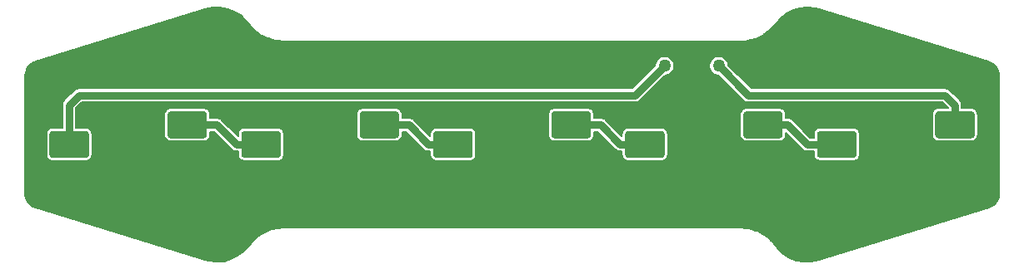
<source format=gtl>
G04 #@! TF.GenerationSoftware,KiCad,Pcbnew,(5.1.4)-1*
G04 #@! TF.CreationDate,2020-09-24T22:32:13-04:00*
G04 #@! TF.ProjectId,Taillight,5461696c-6c69-4676-9874-2e6b69636164,rev?*
G04 #@! TF.SameCoordinates,Original*
G04 #@! TF.FileFunction,Copper,L1,Top*
G04 #@! TF.FilePolarity,Positive*
%FSLAX46Y46*%
G04 Gerber Fmt 4.6, Leading zero omitted, Abs format (unit mm)*
G04 Created by KiCad (PCBNEW (5.1.4)-1) date 2020-09-24 22:32:13*
%MOMM*%
%LPD*%
G04 APERTURE LIST*
%ADD10C,0.800000*%
%ADD11C,6.400000*%
%ADD12C,0.100000*%
%ADD13C,2.750000*%
%ADD14C,6.000001*%
%ADD15C,1.270000*%
%ADD16C,0.762000*%
%ADD17C,0.152400*%
G04 APERTURE END LIST*
D10*
X131697056Y-107302944D03*
X130000000Y-106600000D03*
X128302944Y-107302944D03*
X127600000Y-109000000D03*
X128302944Y-110697056D03*
X130000000Y-111400000D03*
X131697056Y-110697056D03*
X132400000Y-109000000D03*
D11*
X130000000Y-109000000D03*
D10*
X71697056Y-107302944D03*
X70000000Y-106600000D03*
X68302944Y-107302944D03*
X67600000Y-109000000D03*
X68302944Y-110697056D03*
X70000000Y-111400000D03*
X71697056Y-110697056D03*
X72400000Y-109000000D03*
D11*
X70000000Y-109000000D03*
D10*
X131697056Y-89302944D03*
X130000000Y-88600000D03*
X128302944Y-89302944D03*
X127600000Y-91000000D03*
X128302944Y-92697056D03*
X130000000Y-93400000D03*
X131697056Y-92697056D03*
X132400000Y-91000000D03*
D11*
X130000000Y-91000000D03*
D10*
X71697056Y-89302944D03*
X70000000Y-88600000D03*
X68302944Y-89302944D03*
X67600000Y-91000000D03*
X68302944Y-92697056D03*
X70000000Y-93400000D03*
X71697056Y-92697056D03*
X72400000Y-91000000D03*
D11*
X70000000Y-91000000D03*
D12*
G36*
X68689943Y-97626655D02*
G01*
X68723312Y-97631605D01*
X68756035Y-97639802D01*
X68787797Y-97651166D01*
X68818293Y-97665590D01*
X68847227Y-97682932D01*
X68874323Y-97703028D01*
X68899318Y-97725682D01*
X68921972Y-97750677D01*
X68942068Y-97777773D01*
X68959410Y-97806707D01*
X68973834Y-97837203D01*
X68985198Y-97868965D01*
X68993395Y-97901688D01*
X68998345Y-97935057D01*
X69000000Y-97968750D01*
X69000000Y-100031250D01*
X68998345Y-100064943D01*
X68993395Y-100098312D01*
X68985198Y-100131035D01*
X68973834Y-100162797D01*
X68959410Y-100193293D01*
X68942068Y-100222227D01*
X68921972Y-100249323D01*
X68899318Y-100274318D01*
X68874323Y-100296972D01*
X68847227Y-100317068D01*
X68818293Y-100334410D01*
X68787797Y-100348834D01*
X68756035Y-100360198D01*
X68723312Y-100368395D01*
X68689943Y-100373345D01*
X68656250Y-100375000D01*
X65343750Y-100375000D01*
X65310057Y-100373345D01*
X65276688Y-100368395D01*
X65243965Y-100360198D01*
X65212203Y-100348834D01*
X65181707Y-100334410D01*
X65152773Y-100317068D01*
X65125677Y-100296972D01*
X65100682Y-100274318D01*
X65078028Y-100249323D01*
X65057932Y-100222227D01*
X65040590Y-100193293D01*
X65026166Y-100162797D01*
X65014802Y-100131035D01*
X65006605Y-100098312D01*
X65001655Y-100064943D01*
X65000000Y-100031250D01*
X65000000Y-97968750D01*
X65001655Y-97935057D01*
X65006605Y-97901688D01*
X65014802Y-97868965D01*
X65026166Y-97837203D01*
X65040590Y-97806707D01*
X65057932Y-97777773D01*
X65078028Y-97750677D01*
X65100682Y-97725682D01*
X65125677Y-97703028D01*
X65152773Y-97682932D01*
X65181707Y-97665590D01*
X65212203Y-97651166D01*
X65243965Y-97639802D01*
X65276688Y-97631605D01*
X65310057Y-97626655D01*
X65343750Y-97625000D01*
X68656250Y-97625000D01*
X68689943Y-97626655D01*
X68689943Y-97626655D01*
G37*
D13*
X67000000Y-99000000D03*
D12*
G36*
X56689943Y-99626655D02*
G01*
X56723312Y-99631605D01*
X56756035Y-99639802D01*
X56787797Y-99651166D01*
X56818293Y-99665590D01*
X56847227Y-99682932D01*
X56874323Y-99703028D01*
X56899318Y-99725682D01*
X56921972Y-99750677D01*
X56942068Y-99777773D01*
X56959410Y-99806707D01*
X56973834Y-99837203D01*
X56985198Y-99868965D01*
X56993395Y-99901688D01*
X56998345Y-99935057D01*
X57000000Y-99968750D01*
X57000000Y-102031250D01*
X56998345Y-102064943D01*
X56993395Y-102098312D01*
X56985198Y-102131035D01*
X56973834Y-102162797D01*
X56959410Y-102193293D01*
X56942068Y-102222227D01*
X56921972Y-102249323D01*
X56899318Y-102274318D01*
X56874323Y-102296972D01*
X56847227Y-102317068D01*
X56818293Y-102334410D01*
X56787797Y-102348834D01*
X56756035Y-102360198D01*
X56723312Y-102368395D01*
X56689943Y-102373345D01*
X56656250Y-102375000D01*
X53343750Y-102375000D01*
X53310057Y-102373345D01*
X53276688Y-102368395D01*
X53243965Y-102360198D01*
X53212203Y-102348834D01*
X53181707Y-102334410D01*
X53152773Y-102317068D01*
X53125677Y-102296972D01*
X53100682Y-102274318D01*
X53078028Y-102249323D01*
X53057932Y-102222227D01*
X53040590Y-102193293D01*
X53026166Y-102162797D01*
X53014802Y-102131035D01*
X53006605Y-102098312D01*
X53001655Y-102064943D01*
X53000000Y-102031250D01*
X53000000Y-99968750D01*
X53001655Y-99935057D01*
X53006605Y-99901688D01*
X53014802Y-99868965D01*
X53026166Y-99837203D01*
X53040590Y-99806707D01*
X53057932Y-99777773D01*
X53078028Y-99750677D01*
X53100682Y-99725682D01*
X53125677Y-99703028D01*
X53152773Y-99682932D01*
X53181707Y-99665590D01*
X53212203Y-99651166D01*
X53243965Y-99639802D01*
X53276688Y-99631605D01*
X53310057Y-99626655D01*
X53343750Y-99625000D01*
X56656250Y-99625000D01*
X56689943Y-99626655D01*
X56689943Y-99626655D01*
G37*
D13*
X55000000Y-101000000D03*
D14*
X61000000Y-100000000D03*
D12*
G36*
X88189943Y-97626655D02*
G01*
X88223312Y-97631605D01*
X88256035Y-97639802D01*
X88287797Y-97651166D01*
X88318293Y-97665590D01*
X88347227Y-97682932D01*
X88374323Y-97703028D01*
X88399318Y-97725682D01*
X88421972Y-97750677D01*
X88442068Y-97777773D01*
X88459410Y-97806707D01*
X88473834Y-97837203D01*
X88485198Y-97868965D01*
X88493395Y-97901688D01*
X88498345Y-97935057D01*
X88500000Y-97968750D01*
X88500000Y-100031250D01*
X88498345Y-100064943D01*
X88493395Y-100098312D01*
X88485198Y-100131035D01*
X88473834Y-100162797D01*
X88459410Y-100193293D01*
X88442068Y-100222227D01*
X88421972Y-100249323D01*
X88399318Y-100274318D01*
X88374323Y-100296972D01*
X88347227Y-100317068D01*
X88318293Y-100334410D01*
X88287797Y-100348834D01*
X88256035Y-100360198D01*
X88223312Y-100368395D01*
X88189943Y-100373345D01*
X88156250Y-100375000D01*
X84843750Y-100375000D01*
X84810057Y-100373345D01*
X84776688Y-100368395D01*
X84743965Y-100360198D01*
X84712203Y-100348834D01*
X84681707Y-100334410D01*
X84652773Y-100317068D01*
X84625677Y-100296972D01*
X84600682Y-100274318D01*
X84578028Y-100249323D01*
X84557932Y-100222227D01*
X84540590Y-100193293D01*
X84526166Y-100162797D01*
X84514802Y-100131035D01*
X84506605Y-100098312D01*
X84501655Y-100064943D01*
X84500000Y-100031250D01*
X84500000Y-97968750D01*
X84501655Y-97935057D01*
X84506605Y-97901688D01*
X84514802Y-97868965D01*
X84526166Y-97837203D01*
X84540590Y-97806707D01*
X84557932Y-97777773D01*
X84578028Y-97750677D01*
X84600682Y-97725682D01*
X84625677Y-97703028D01*
X84652773Y-97682932D01*
X84681707Y-97665590D01*
X84712203Y-97651166D01*
X84743965Y-97639802D01*
X84776688Y-97631605D01*
X84810057Y-97626655D01*
X84843750Y-97625000D01*
X88156250Y-97625000D01*
X88189943Y-97626655D01*
X88189943Y-97626655D01*
G37*
D13*
X86500000Y-99000000D03*
D12*
G36*
X76189943Y-99626655D02*
G01*
X76223312Y-99631605D01*
X76256035Y-99639802D01*
X76287797Y-99651166D01*
X76318293Y-99665590D01*
X76347227Y-99682932D01*
X76374323Y-99703028D01*
X76399318Y-99725682D01*
X76421972Y-99750677D01*
X76442068Y-99777773D01*
X76459410Y-99806707D01*
X76473834Y-99837203D01*
X76485198Y-99868965D01*
X76493395Y-99901688D01*
X76498345Y-99935057D01*
X76500000Y-99968750D01*
X76500000Y-102031250D01*
X76498345Y-102064943D01*
X76493395Y-102098312D01*
X76485198Y-102131035D01*
X76473834Y-102162797D01*
X76459410Y-102193293D01*
X76442068Y-102222227D01*
X76421972Y-102249323D01*
X76399318Y-102274318D01*
X76374323Y-102296972D01*
X76347227Y-102317068D01*
X76318293Y-102334410D01*
X76287797Y-102348834D01*
X76256035Y-102360198D01*
X76223312Y-102368395D01*
X76189943Y-102373345D01*
X76156250Y-102375000D01*
X72843750Y-102375000D01*
X72810057Y-102373345D01*
X72776688Y-102368395D01*
X72743965Y-102360198D01*
X72712203Y-102348834D01*
X72681707Y-102334410D01*
X72652773Y-102317068D01*
X72625677Y-102296972D01*
X72600682Y-102274318D01*
X72578028Y-102249323D01*
X72557932Y-102222227D01*
X72540590Y-102193293D01*
X72526166Y-102162797D01*
X72514802Y-102131035D01*
X72506605Y-102098312D01*
X72501655Y-102064943D01*
X72500000Y-102031250D01*
X72500000Y-99968750D01*
X72501655Y-99935057D01*
X72506605Y-99901688D01*
X72514802Y-99868965D01*
X72526166Y-99837203D01*
X72540590Y-99806707D01*
X72557932Y-99777773D01*
X72578028Y-99750677D01*
X72600682Y-99725682D01*
X72625677Y-99703028D01*
X72652773Y-99682932D01*
X72681707Y-99665590D01*
X72712203Y-99651166D01*
X72743965Y-99639802D01*
X72776688Y-99631605D01*
X72810057Y-99626655D01*
X72843750Y-99625000D01*
X76156250Y-99625000D01*
X76189943Y-99626655D01*
X76189943Y-99626655D01*
G37*
D13*
X74500000Y-101000000D03*
D14*
X80500000Y-100000000D03*
D12*
G36*
X107689943Y-97626655D02*
G01*
X107723312Y-97631605D01*
X107756035Y-97639802D01*
X107787797Y-97651166D01*
X107818293Y-97665590D01*
X107847227Y-97682932D01*
X107874323Y-97703028D01*
X107899318Y-97725682D01*
X107921972Y-97750677D01*
X107942068Y-97777773D01*
X107959410Y-97806707D01*
X107973834Y-97837203D01*
X107985198Y-97868965D01*
X107993395Y-97901688D01*
X107998345Y-97935057D01*
X108000000Y-97968750D01*
X108000000Y-100031250D01*
X107998345Y-100064943D01*
X107993395Y-100098312D01*
X107985198Y-100131035D01*
X107973834Y-100162797D01*
X107959410Y-100193293D01*
X107942068Y-100222227D01*
X107921972Y-100249323D01*
X107899318Y-100274318D01*
X107874323Y-100296972D01*
X107847227Y-100317068D01*
X107818293Y-100334410D01*
X107787797Y-100348834D01*
X107756035Y-100360198D01*
X107723312Y-100368395D01*
X107689943Y-100373345D01*
X107656250Y-100375000D01*
X104343750Y-100375000D01*
X104310057Y-100373345D01*
X104276688Y-100368395D01*
X104243965Y-100360198D01*
X104212203Y-100348834D01*
X104181707Y-100334410D01*
X104152773Y-100317068D01*
X104125677Y-100296972D01*
X104100682Y-100274318D01*
X104078028Y-100249323D01*
X104057932Y-100222227D01*
X104040590Y-100193293D01*
X104026166Y-100162797D01*
X104014802Y-100131035D01*
X104006605Y-100098312D01*
X104001655Y-100064943D01*
X104000000Y-100031250D01*
X104000000Y-97968750D01*
X104001655Y-97935057D01*
X104006605Y-97901688D01*
X104014802Y-97868965D01*
X104026166Y-97837203D01*
X104040590Y-97806707D01*
X104057932Y-97777773D01*
X104078028Y-97750677D01*
X104100682Y-97725682D01*
X104125677Y-97703028D01*
X104152773Y-97682932D01*
X104181707Y-97665590D01*
X104212203Y-97651166D01*
X104243965Y-97639802D01*
X104276688Y-97631605D01*
X104310057Y-97626655D01*
X104343750Y-97625000D01*
X107656250Y-97625000D01*
X107689943Y-97626655D01*
X107689943Y-97626655D01*
G37*
D13*
X106000000Y-99000000D03*
D12*
G36*
X95689943Y-99626655D02*
G01*
X95723312Y-99631605D01*
X95756035Y-99639802D01*
X95787797Y-99651166D01*
X95818293Y-99665590D01*
X95847227Y-99682932D01*
X95874323Y-99703028D01*
X95899318Y-99725682D01*
X95921972Y-99750677D01*
X95942068Y-99777773D01*
X95959410Y-99806707D01*
X95973834Y-99837203D01*
X95985198Y-99868965D01*
X95993395Y-99901688D01*
X95998345Y-99935057D01*
X96000000Y-99968750D01*
X96000000Y-102031250D01*
X95998345Y-102064943D01*
X95993395Y-102098312D01*
X95985198Y-102131035D01*
X95973834Y-102162797D01*
X95959410Y-102193293D01*
X95942068Y-102222227D01*
X95921972Y-102249323D01*
X95899318Y-102274318D01*
X95874323Y-102296972D01*
X95847227Y-102317068D01*
X95818293Y-102334410D01*
X95787797Y-102348834D01*
X95756035Y-102360198D01*
X95723312Y-102368395D01*
X95689943Y-102373345D01*
X95656250Y-102375000D01*
X92343750Y-102375000D01*
X92310057Y-102373345D01*
X92276688Y-102368395D01*
X92243965Y-102360198D01*
X92212203Y-102348834D01*
X92181707Y-102334410D01*
X92152773Y-102317068D01*
X92125677Y-102296972D01*
X92100682Y-102274318D01*
X92078028Y-102249323D01*
X92057932Y-102222227D01*
X92040590Y-102193293D01*
X92026166Y-102162797D01*
X92014802Y-102131035D01*
X92006605Y-102098312D01*
X92001655Y-102064943D01*
X92000000Y-102031250D01*
X92000000Y-99968750D01*
X92001655Y-99935057D01*
X92006605Y-99901688D01*
X92014802Y-99868965D01*
X92026166Y-99837203D01*
X92040590Y-99806707D01*
X92057932Y-99777773D01*
X92078028Y-99750677D01*
X92100682Y-99725682D01*
X92125677Y-99703028D01*
X92152773Y-99682932D01*
X92181707Y-99665590D01*
X92212203Y-99651166D01*
X92243965Y-99639802D01*
X92276688Y-99631605D01*
X92310057Y-99626655D01*
X92343750Y-99625000D01*
X95656250Y-99625000D01*
X95689943Y-99626655D01*
X95689943Y-99626655D01*
G37*
D13*
X94000000Y-101000000D03*
D14*
X100000000Y-100000000D03*
D12*
G36*
X127189943Y-97626655D02*
G01*
X127223312Y-97631605D01*
X127256035Y-97639802D01*
X127287797Y-97651166D01*
X127318293Y-97665590D01*
X127347227Y-97682932D01*
X127374323Y-97703028D01*
X127399318Y-97725682D01*
X127421972Y-97750677D01*
X127442068Y-97777773D01*
X127459410Y-97806707D01*
X127473834Y-97837203D01*
X127485198Y-97868965D01*
X127493395Y-97901688D01*
X127498345Y-97935057D01*
X127500000Y-97968750D01*
X127500000Y-100031250D01*
X127498345Y-100064943D01*
X127493395Y-100098312D01*
X127485198Y-100131035D01*
X127473834Y-100162797D01*
X127459410Y-100193293D01*
X127442068Y-100222227D01*
X127421972Y-100249323D01*
X127399318Y-100274318D01*
X127374323Y-100296972D01*
X127347227Y-100317068D01*
X127318293Y-100334410D01*
X127287797Y-100348834D01*
X127256035Y-100360198D01*
X127223312Y-100368395D01*
X127189943Y-100373345D01*
X127156250Y-100375000D01*
X123843750Y-100375000D01*
X123810057Y-100373345D01*
X123776688Y-100368395D01*
X123743965Y-100360198D01*
X123712203Y-100348834D01*
X123681707Y-100334410D01*
X123652773Y-100317068D01*
X123625677Y-100296972D01*
X123600682Y-100274318D01*
X123578028Y-100249323D01*
X123557932Y-100222227D01*
X123540590Y-100193293D01*
X123526166Y-100162797D01*
X123514802Y-100131035D01*
X123506605Y-100098312D01*
X123501655Y-100064943D01*
X123500000Y-100031250D01*
X123500000Y-97968750D01*
X123501655Y-97935057D01*
X123506605Y-97901688D01*
X123514802Y-97868965D01*
X123526166Y-97837203D01*
X123540590Y-97806707D01*
X123557932Y-97777773D01*
X123578028Y-97750677D01*
X123600682Y-97725682D01*
X123625677Y-97703028D01*
X123652773Y-97682932D01*
X123681707Y-97665590D01*
X123712203Y-97651166D01*
X123743965Y-97639802D01*
X123776688Y-97631605D01*
X123810057Y-97626655D01*
X123843750Y-97625000D01*
X127156250Y-97625000D01*
X127189943Y-97626655D01*
X127189943Y-97626655D01*
G37*
D13*
X125500000Y-99000000D03*
D12*
G36*
X115189943Y-99626655D02*
G01*
X115223312Y-99631605D01*
X115256035Y-99639802D01*
X115287797Y-99651166D01*
X115318293Y-99665590D01*
X115347227Y-99682932D01*
X115374323Y-99703028D01*
X115399318Y-99725682D01*
X115421972Y-99750677D01*
X115442068Y-99777773D01*
X115459410Y-99806707D01*
X115473834Y-99837203D01*
X115485198Y-99868965D01*
X115493395Y-99901688D01*
X115498345Y-99935057D01*
X115500000Y-99968750D01*
X115500000Y-102031250D01*
X115498345Y-102064943D01*
X115493395Y-102098312D01*
X115485198Y-102131035D01*
X115473834Y-102162797D01*
X115459410Y-102193293D01*
X115442068Y-102222227D01*
X115421972Y-102249323D01*
X115399318Y-102274318D01*
X115374323Y-102296972D01*
X115347227Y-102317068D01*
X115318293Y-102334410D01*
X115287797Y-102348834D01*
X115256035Y-102360198D01*
X115223312Y-102368395D01*
X115189943Y-102373345D01*
X115156250Y-102375000D01*
X111843750Y-102375000D01*
X111810057Y-102373345D01*
X111776688Y-102368395D01*
X111743965Y-102360198D01*
X111712203Y-102348834D01*
X111681707Y-102334410D01*
X111652773Y-102317068D01*
X111625677Y-102296972D01*
X111600682Y-102274318D01*
X111578028Y-102249323D01*
X111557932Y-102222227D01*
X111540590Y-102193293D01*
X111526166Y-102162797D01*
X111514802Y-102131035D01*
X111506605Y-102098312D01*
X111501655Y-102064943D01*
X111500000Y-102031250D01*
X111500000Y-99968750D01*
X111501655Y-99935057D01*
X111506605Y-99901688D01*
X111514802Y-99868965D01*
X111526166Y-99837203D01*
X111540590Y-99806707D01*
X111557932Y-99777773D01*
X111578028Y-99750677D01*
X111600682Y-99725682D01*
X111625677Y-99703028D01*
X111652773Y-99682932D01*
X111681707Y-99665590D01*
X111712203Y-99651166D01*
X111743965Y-99639802D01*
X111776688Y-99631605D01*
X111810057Y-99626655D01*
X111843750Y-99625000D01*
X115156250Y-99625000D01*
X115189943Y-99626655D01*
X115189943Y-99626655D01*
G37*
D13*
X113500000Y-101000000D03*
D14*
X119500000Y-100000000D03*
D12*
G36*
X146689943Y-97626655D02*
G01*
X146723312Y-97631605D01*
X146756035Y-97639802D01*
X146787797Y-97651166D01*
X146818293Y-97665590D01*
X146847227Y-97682932D01*
X146874323Y-97703028D01*
X146899318Y-97725682D01*
X146921972Y-97750677D01*
X146942068Y-97777773D01*
X146959410Y-97806707D01*
X146973834Y-97837203D01*
X146985198Y-97868965D01*
X146993395Y-97901688D01*
X146998345Y-97935057D01*
X147000000Y-97968750D01*
X147000000Y-100031250D01*
X146998345Y-100064943D01*
X146993395Y-100098312D01*
X146985198Y-100131035D01*
X146973834Y-100162797D01*
X146959410Y-100193293D01*
X146942068Y-100222227D01*
X146921972Y-100249323D01*
X146899318Y-100274318D01*
X146874323Y-100296972D01*
X146847227Y-100317068D01*
X146818293Y-100334410D01*
X146787797Y-100348834D01*
X146756035Y-100360198D01*
X146723312Y-100368395D01*
X146689943Y-100373345D01*
X146656250Y-100375000D01*
X143343750Y-100375000D01*
X143310057Y-100373345D01*
X143276688Y-100368395D01*
X143243965Y-100360198D01*
X143212203Y-100348834D01*
X143181707Y-100334410D01*
X143152773Y-100317068D01*
X143125677Y-100296972D01*
X143100682Y-100274318D01*
X143078028Y-100249323D01*
X143057932Y-100222227D01*
X143040590Y-100193293D01*
X143026166Y-100162797D01*
X143014802Y-100131035D01*
X143006605Y-100098312D01*
X143001655Y-100064943D01*
X143000000Y-100031250D01*
X143000000Y-97968750D01*
X143001655Y-97935057D01*
X143006605Y-97901688D01*
X143014802Y-97868965D01*
X143026166Y-97837203D01*
X143040590Y-97806707D01*
X143057932Y-97777773D01*
X143078028Y-97750677D01*
X143100682Y-97725682D01*
X143125677Y-97703028D01*
X143152773Y-97682932D01*
X143181707Y-97665590D01*
X143212203Y-97651166D01*
X143243965Y-97639802D01*
X143276688Y-97631605D01*
X143310057Y-97626655D01*
X143343750Y-97625000D01*
X146656250Y-97625000D01*
X146689943Y-97626655D01*
X146689943Y-97626655D01*
G37*
D13*
X145000000Y-99000000D03*
D12*
G36*
X134689943Y-99626655D02*
G01*
X134723312Y-99631605D01*
X134756035Y-99639802D01*
X134787797Y-99651166D01*
X134818293Y-99665590D01*
X134847227Y-99682932D01*
X134874323Y-99703028D01*
X134899318Y-99725682D01*
X134921972Y-99750677D01*
X134942068Y-99777773D01*
X134959410Y-99806707D01*
X134973834Y-99837203D01*
X134985198Y-99868965D01*
X134993395Y-99901688D01*
X134998345Y-99935057D01*
X135000000Y-99968750D01*
X135000000Y-102031250D01*
X134998345Y-102064943D01*
X134993395Y-102098312D01*
X134985198Y-102131035D01*
X134973834Y-102162797D01*
X134959410Y-102193293D01*
X134942068Y-102222227D01*
X134921972Y-102249323D01*
X134899318Y-102274318D01*
X134874323Y-102296972D01*
X134847227Y-102317068D01*
X134818293Y-102334410D01*
X134787797Y-102348834D01*
X134756035Y-102360198D01*
X134723312Y-102368395D01*
X134689943Y-102373345D01*
X134656250Y-102375000D01*
X131343750Y-102375000D01*
X131310057Y-102373345D01*
X131276688Y-102368395D01*
X131243965Y-102360198D01*
X131212203Y-102348834D01*
X131181707Y-102334410D01*
X131152773Y-102317068D01*
X131125677Y-102296972D01*
X131100682Y-102274318D01*
X131078028Y-102249323D01*
X131057932Y-102222227D01*
X131040590Y-102193293D01*
X131026166Y-102162797D01*
X131014802Y-102131035D01*
X131006605Y-102098312D01*
X131001655Y-102064943D01*
X131000000Y-102031250D01*
X131000000Y-99968750D01*
X131001655Y-99935057D01*
X131006605Y-99901688D01*
X131014802Y-99868965D01*
X131026166Y-99837203D01*
X131040590Y-99806707D01*
X131057932Y-99777773D01*
X131078028Y-99750677D01*
X131100682Y-99725682D01*
X131125677Y-99703028D01*
X131152773Y-99682932D01*
X131181707Y-99665590D01*
X131212203Y-99651166D01*
X131243965Y-99639802D01*
X131276688Y-99631605D01*
X131310057Y-99626655D01*
X131343750Y-99625000D01*
X134656250Y-99625000D01*
X134689943Y-99626655D01*
X134689943Y-99626655D01*
G37*
D13*
X133000000Y-101000000D03*
D14*
X139000000Y-100000000D03*
D15*
X121000000Y-93000000D03*
X59000000Y-100000000D03*
X63000000Y-100000000D03*
X61000000Y-102000000D03*
X61000000Y-98000000D03*
X78500000Y-100000000D03*
X82500000Y-100000000D03*
X80500000Y-102000000D03*
X80500000Y-98000000D03*
X98000000Y-100000000D03*
X102000000Y-100000000D03*
X100000000Y-102000000D03*
X100000000Y-98000000D03*
X117500000Y-100000000D03*
X121500000Y-100000000D03*
X119500000Y-102000000D03*
X119500000Y-98000000D03*
X141000000Y-100000000D03*
X137000000Y-100000000D03*
X139000000Y-102000000D03*
X139000000Y-98000000D03*
X139000000Y-100000000D03*
X119500000Y-100000000D03*
X100000000Y-100000000D03*
X80500000Y-100000000D03*
X61000000Y-100000000D03*
X100000000Y-104000000D03*
X102000000Y-104000000D03*
X104000000Y-104000000D03*
X106000000Y-104000000D03*
X108000000Y-104000000D03*
X110000000Y-104000000D03*
X112000000Y-104000000D03*
X114000000Y-104000000D03*
X116000000Y-104000000D03*
X118000000Y-104000000D03*
X120000000Y-104000000D03*
X122000000Y-104000000D03*
X124000000Y-104000000D03*
X126000000Y-104000000D03*
X128000000Y-104000000D03*
X130000000Y-104000000D03*
X132000000Y-104000000D03*
X134000000Y-104000000D03*
X136000000Y-104000000D03*
X138000000Y-104000000D03*
X140000000Y-104000000D03*
X142000000Y-104000000D03*
X144000000Y-104000000D03*
X146000000Y-104000000D03*
X148000000Y-104000000D03*
X147000000Y-106000000D03*
X145000000Y-106000000D03*
X143000000Y-106000000D03*
X141000000Y-106000000D03*
X139000000Y-106000000D03*
X137000000Y-106000000D03*
X135000000Y-106000000D03*
X133000000Y-106000000D03*
X127000000Y-106000000D03*
X125000000Y-106000000D03*
X123000000Y-106000000D03*
X121000000Y-106000000D03*
X119000000Y-106000000D03*
X117000000Y-106000000D03*
X115000000Y-106000000D03*
X113000000Y-106000000D03*
X111000000Y-106000000D03*
X109000000Y-106000000D03*
X107000000Y-106000000D03*
X105000000Y-106000000D03*
X103000000Y-106000000D03*
X101000000Y-106000000D03*
X98000000Y-104000000D03*
X96000000Y-104000000D03*
X94000000Y-104000000D03*
X92000000Y-104000000D03*
X90000000Y-104000000D03*
X88000000Y-104000000D03*
X86000000Y-104000000D03*
X84000000Y-104000000D03*
X82000000Y-104000000D03*
X80000000Y-104000000D03*
X78000000Y-104000000D03*
X76000000Y-104000000D03*
X74000000Y-104000000D03*
X72000000Y-104000000D03*
X70000000Y-104000000D03*
X68000000Y-104000000D03*
X66000000Y-104000000D03*
X64000000Y-104000000D03*
X62000000Y-104000000D03*
X60000000Y-104000000D03*
X58000000Y-104000000D03*
X56000000Y-104000000D03*
X54000000Y-104000000D03*
X52000000Y-104000000D03*
X53000000Y-106000000D03*
X55000000Y-106000000D03*
X57000000Y-106000000D03*
X59000000Y-106000000D03*
X61000000Y-106000000D03*
X63000000Y-106000000D03*
X65000000Y-106000000D03*
X67000000Y-106000000D03*
X73000000Y-106000000D03*
X75000000Y-106000000D03*
X77000000Y-106000000D03*
X79000000Y-106000000D03*
X81000000Y-106000000D03*
X83000000Y-106000000D03*
X85000000Y-106000000D03*
X87000000Y-106000000D03*
X89000000Y-106000000D03*
X91000000Y-106000000D03*
X93000000Y-106000000D03*
X95000000Y-106000000D03*
X97000000Y-106000000D03*
X99000000Y-106000000D03*
X58000000Y-108000000D03*
X60000000Y-108000000D03*
X62000000Y-108000000D03*
X64000000Y-108000000D03*
X66000000Y-108000000D03*
X74000000Y-108000000D03*
X76000000Y-108000000D03*
X78000000Y-108000000D03*
X80000000Y-108000000D03*
X82000000Y-108000000D03*
X84000000Y-108000000D03*
X86000000Y-108000000D03*
X88000000Y-108000000D03*
X90000000Y-108000000D03*
X92000000Y-108000000D03*
X94000000Y-108000000D03*
X96000000Y-108000000D03*
X98000000Y-108000000D03*
X100000000Y-108000000D03*
X102000000Y-108000000D03*
X104000000Y-108000000D03*
X106000000Y-108000000D03*
X108000000Y-108000000D03*
X110000000Y-108000000D03*
X112000000Y-108000000D03*
X114000000Y-108000000D03*
X116000000Y-108000000D03*
X118000000Y-108000000D03*
X120000000Y-108000000D03*
X122000000Y-108000000D03*
X124000000Y-108000000D03*
X126000000Y-108000000D03*
X134000000Y-108000000D03*
X136000000Y-108000000D03*
X138000000Y-108000000D03*
X140000000Y-108000000D03*
X142000000Y-108000000D03*
X125000000Y-102000000D03*
X127000000Y-102000000D03*
X143000000Y-102000000D03*
X145000000Y-102000000D03*
X147000000Y-102000000D03*
X105000000Y-102000000D03*
X107000000Y-102000000D03*
X109000000Y-102000000D03*
X85000000Y-102000000D03*
X87000000Y-102000000D03*
X89000000Y-102000000D03*
X69000000Y-102000000D03*
X67000000Y-102000000D03*
X114000000Y-98000000D03*
X112000000Y-98000000D03*
X130000000Y-98000000D03*
X132000000Y-98000000D03*
X134000000Y-98000000D03*
X94000000Y-98000000D03*
X92000000Y-98000000D03*
X74000000Y-98000000D03*
X72000000Y-98000000D03*
X76000000Y-98000000D03*
X53000000Y-98000000D03*
X54000000Y-96000000D03*
X148000000Y-96000000D03*
X147000000Y-94000000D03*
X145000000Y-94000000D03*
X143000000Y-94000000D03*
X141000000Y-94000000D03*
X139000000Y-94000000D03*
X137000000Y-94000000D03*
X135000000Y-94000000D03*
X133000000Y-94000000D03*
X134000000Y-92000000D03*
X136000000Y-92000000D03*
X138000000Y-92000000D03*
X140000000Y-92000000D03*
X142000000Y-92000000D03*
X127000000Y-94000000D03*
X125000000Y-94000000D03*
X126000000Y-92000000D03*
X124000000Y-92000000D03*
X55000000Y-94000000D03*
X53000000Y-94000000D03*
X52000000Y-96000000D03*
X57000000Y-94000000D03*
X59000000Y-94000000D03*
X61000000Y-94000000D03*
X63000000Y-94000000D03*
X65000000Y-94000000D03*
X67000000Y-94000000D03*
X66000000Y-92000000D03*
X64000000Y-92000000D03*
X62000000Y-92000000D03*
X60000000Y-92000000D03*
X58000000Y-92000000D03*
X73000000Y-94000000D03*
X75000000Y-94000000D03*
X77000000Y-94000000D03*
X79000000Y-94000000D03*
X81000000Y-94000000D03*
X83000000Y-94000000D03*
X85000000Y-94000000D03*
X87000000Y-94000000D03*
X89000000Y-94000000D03*
X91000000Y-94000000D03*
X93000000Y-94000000D03*
X95000000Y-94000000D03*
X97000000Y-94000000D03*
X99000000Y-94000000D03*
X101000000Y-94000000D03*
X103000000Y-94000000D03*
X105000000Y-94000000D03*
X107000000Y-94000000D03*
X109000000Y-94000000D03*
X111000000Y-94000000D03*
X112000000Y-92000000D03*
X110000000Y-92000000D03*
X108000000Y-92000000D03*
X106000000Y-92000000D03*
X104000000Y-92000000D03*
X102000000Y-92000000D03*
X100000000Y-92000000D03*
X98000000Y-92000000D03*
X96000000Y-92000000D03*
X94000000Y-92000000D03*
X92000000Y-92000000D03*
X90000000Y-92000000D03*
X88000000Y-92000000D03*
X86000000Y-92000000D03*
X84000000Y-92000000D03*
X82000000Y-92000000D03*
X80000000Y-92000000D03*
X78000000Y-92000000D03*
X76000000Y-92000000D03*
X74000000Y-92000000D03*
X115500000Y-93000000D03*
D16*
X124000000Y-96000000D02*
X121000000Y-93000000D01*
X144000000Y-96000000D02*
X124000000Y-96000000D01*
X145000000Y-99000000D02*
X145000000Y-97000000D01*
X145000000Y-97000000D02*
X144000000Y-96000000D01*
X128000000Y-99000000D02*
X125500000Y-99000000D01*
X133000000Y-101000000D02*
X130000000Y-101000000D01*
X130000000Y-101000000D02*
X128000000Y-99000000D01*
X113500000Y-101000000D02*
X111000000Y-101000000D01*
X111000000Y-101000000D02*
X109000000Y-99000000D01*
X109000000Y-99000000D02*
X106000000Y-99000000D01*
X94000000Y-101000000D02*
X91500000Y-101000000D01*
X91500000Y-101000000D02*
X89500000Y-99000000D01*
X89500000Y-99000000D02*
X86500000Y-99000000D01*
X74500000Y-101000000D02*
X72000000Y-101000000D01*
X72000000Y-101000000D02*
X70000000Y-99000000D01*
X70000000Y-99000000D02*
X67000000Y-99000000D01*
X112500000Y-96000000D02*
X115500000Y-93000000D01*
X56000000Y-96000000D02*
X112500000Y-96000000D01*
X55000000Y-101000000D02*
X55000000Y-97000000D01*
X55000000Y-97000000D02*
X56000000Y-96000000D01*
D17*
G36*
X130799792Y-87103174D02*
G01*
X131193006Y-87203721D01*
X148414474Y-92552769D01*
X148703649Y-92674654D01*
X148942441Y-92836055D01*
X149145335Y-93040763D01*
X149304605Y-93280983D01*
X149414181Y-93547563D01*
X149472394Y-93843047D01*
X149479301Y-93985677D01*
X149479300Y-106001485D01*
X149448677Y-106313802D01*
X149365373Y-106589717D01*
X149230063Y-106844199D01*
X149047898Y-107067556D01*
X148825816Y-107251279D01*
X148560899Y-107394519D01*
X148426760Y-107443415D01*
X131204033Y-112792854D01*
X130440197Y-112952498D01*
X129684856Y-112964428D01*
X128940886Y-112833313D01*
X128235136Y-112563884D01*
X127593058Y-112165856D01*
X127029298Y-111645724D01*
X126765878Y-111319771D01*
X126763055Y-111316888D01*
X126760848Y-111313642D01*
X126756154Y-111308090D01*
X126339932Y-110822748D01*
X126309171Y-110793267D01*
X126279372Y-110762836D01*
X126273770Y-110758202D01*
X125668800Y-110264800D01*
X125629434Y-110238646D01*
X125590551Y-110212022D01*
X125584156Y-110208563D01*
X124894872Y-109842064D01*
X124851198Y-109824063D01*
X124807862Y-109805489D01*
X124800917Y-109803339D01*
X124053572Y-109577702D01*
X124007276Y-109568535D01*
X123961115Y-109558723D01*
X123953884Y-109557963D01*
X123176947Y-109481784D01*
X123176940Y-109481784D01*
X123151711Y-109479299D01*
X76848290Y-109479299D01*
X76827553Y-109481341D01*
X76194922Y-109532065D01*
X76153000Y-109539596D01*
X76110849Y-109545796D01*
X76103807Y-109547600D01*
X75348933Y-109746597D01*
X75304698Y-109763020D01*
X75260222Y-109778829D01*
X75253664Y-109781967D01*
X74551818Y-110123797D01*
X74511609Y-110148503D01*
X74471057Y-110172646D01*
X74465233Y-110176998D01*
X73843149Y-110648640D01*
X73808501Y-110680689D01*
X73773415Y-110712245D01*
X73768547Y-110717645D01*
X73249919Y-111301135D01*
X73249653Y-111301501D01*
X73249015Y-111302155D01*
X72715722Y-111905318D01*
X72117343Y-112366433D01*
X71442564Y-112706078D01*
X70715738Y-112911998D01*
X69963084Y-112976763D01*
X69200207Y-112896826D01*
X68807012Y-112796284D01*
X51585529Y-107447232D01*
X51296351Y-107325346D01*
X51057560Y-107163946D01*
X50854665Y-106959237D01*
X50695395Y-106719016D01*
X50585820Y-106452441D01*
X50527605Y-106156950D01*
X50520700Y-106014362D01*
X50520700Y-99968750D01*
X52668203Y-99968750D01*
X52668203Y-102031250D01*
X52681183Y-102163043D01*
X52719626Y-102289771D01*
X52782053Y-102406564D01*
X52866066Y-102508934D01*
X52968436Y-102592947D01*
X53085229Y-102655374D01*
X53211957Y-102693817D01*
X53343750Y-102706797D01*
X56656250Y-102706797D01*
X56788043Y-102693817D01*
X56914771Y-102655374D01*
X57031564Y-102592947D01*
X57133934Y-102508934D01*
X57217947Y-102406564D01*
X57280374Y-102289771D01*
X57318817Y-102163043D01*
X57331797Y-102031250D01*
X57331797Y-99968750D01*
X57318817Y-99836957D01*
X57280374Y-99710229D01*
X57217947Y-99593436D01*
X57133934Y-99491066D01*
X57031564Y-99407053D01*
X56914771Y-99344626D01*
X56788043Y-99306183D01*
X56656250Y-99293203D01*
X55711200Y-99293203D01*
X55711200Y-97968750D01*
X64668203Y-97968750D01*
X64668203Y-100031250D01*
X64681183Y-100163043D01*
X64719626Y-100289771D01*
X64782053Y-100406564D01*
X64866066Y-100508934D01*
X64968436Y-100592947D01*
X65085229Y-100655374D01*
X65211957Y-100693817D01*
X65343750Y-100706797D01*
X68656250Y-100706797D01*
X68788043Y-100693817D01*
X68914771Y-100655374D01*
X69031564Y-100592947D01*
X69133934Y-100508934D01*
X69217947Y-100406564D01*
X69280374Y-100289771D01*
X69318817Y-100163043D01*
X69331797Y-100031250D01*
X69331797Y-99711200D01*
X69705413Y-99711200D01*
X71472403Y-101478191D01*
X71494673Y-101505327D01*
X71602967Y-101594202D01*
X71726519Y-101660242D01*
X71860580Y-101700909D01*
X71965064Y-101711200D01*
X71965073Y-101711200D01*
X71999999Y-101714640D01*
X72034925Y-101711200D01*
X72168203Y-101711200D01*
X72168203Y-102031250D01*
X72181183Y-102163043D01*
X72219626Y-102289771D01*
X72282053Y-102406564D01*
X72366066Y-102508934D01*
X72468436Y-102592947D01*
X72585229Y-102655374D01*
X72711957Y-102693817D01*
X72843750Y-102706797D01*
X76156250Y-102706797D01*
X76288043Y-102693817D01*
X76414771Y-102655374D01*
X76531564Y-102592947D01*
X76633934Y-102508934D01*
X76717947Y-102406564D01*
X76780374Y-102289771D01*
X76818817Y-102163043D01*
X76831797Y-102031250D01*
X76831797Y-99968750D01*
X76818817Y-99836957D01*
X76780374Y-99710229D01*
X76717947Y-99593436D01*
X76633934Y-99491066D01*
X76531564Y-99407053D01*
X76414771Y-99344626D01*
X76288043Y-99306183D01*
X76156250Y-99293203D01*
X72843750Y-99293203D01*
X72711957Y-99306183D01*
X72585229Y-99344626D01*
X72468436Y-99407053D01*
X72366066Y-99491066D01*
X72282053Y-99593436D01*
X72219626Y-99710229D01*
X72181183Y-99836957D01*
X72168203Y-99968750D01*
X72168203Y-100162415D01*
X70527602Y-98521815D01*
X70505327Y-98494673D01*
X70397033Y-98405798D01*
X70273481Y-98339758D01*
X70139420Y-98299091D01*
X70034936Y-98288800D01*
X70034926Y-98288800D01*
X70000000Y-98285360D01*
X69965074Y-98288800D01*
X69331797Y-98288800D01*
X69331797Y-97968750D01*
X84168203Y-97968750D01*
X84168203Y-100031250D01*
X84181183Y-100163043D01*
X84219626Y-100289771D01*
X84282053Y-100406564D01*
X84366066Y-100508934D01*
X84468436Y-100592947D01*
X84585229Y-100655374D01*
X84711957Y-100693817D01*
X84843750Y-100706797D01*
X88156250Y-100706797D01*
X88288043Y-100693817D01*
X88414771Y-100655374D01*
X88531564Y-100592947D01*
X88633934Y-100508934D01*
X88717947Y-100406564D01*
X88780374Y-100289771D01*
X88818817Y-100163043D01*
X88831797Y-100031250D01*
X88831797Y-99711200D01*
X89205413Y-99711200D01*
X90972403Y-101478191D01*
X90994673Y-101505327D01*
X91102967Y-101594202D01*
X91226519Y-101660242D01*
X91360580Y-101700909D01*
X91465064Y-101711200D01*
X91465073Y-101711200D01*
X91499999Y-101714640D01*
X91534925Y-101711200D01*
X91668203Y-101711200D01*
X91668203Y-102031250D01*
X91681183Y-102163043D01*
X91719626Y-102289771D01*
X91782053Y-102406564D01*
X91866066Y-102508934D01*
X91968436Y-102592947D01*
X92085229Y-102655374D01*
X92211957Y-102693817D01*
X92343750Y-102706797D01*
X95656250Y-102706797D01*
X95788043Y-102693817D01*
X95914771Y-102655374D01*
X96031564Y-102592947D01*
X96133934Y-102508934D01*
X96217947Y-102406564D01*
X96280374Y-102289771D01*
X96318817Y-102163043D01*
X96331797Y-102031250D01*
X96331797Y-99968750D01*
X96318817Y-99836957D01*
X96280374Y-99710229D01*
X96217947Y-99593436D01*
X96133934Y-99491066D01*
X96031564Y-99407053D01*
X95914771Y-99344626D01*
X95788043Y-99306183D01*
X95656250Y-99293203D01*
X92343750Y-99293203D01*
X92211957Y-99306183D01*
X92085229Y-99344626D01*
X91968436Y-99407053D01*
X91866066Y-99491066D01*
X91782053Y-99593436D01*
X91719626Y-99710229D01*
X91681183Y-99836957D01*
X91668203Y-99968750D01*
X91668203Y-100162415D01*
X90027602Y-98521815D01*
X90005327Y-98494673D01*
X89897033Y-98405798D01*
X89773481Y-98339758D01*
X89639420Y-98299091D01*
X89534936Y-98288800D01*
X89534926Y-98288800D01*
X89500000Y-98285360D01*
X89465074Y-98288800D01*
X88831797Y-98288800D01*
X88831797Y-97968750D01*
X103668203Y-97968750D01*
X103668203Y-100031250D01*
X103681183Y-100163043D01*
X103719626Y-100289771D01*
X103782053Y-100406564D01*
X103866066Y-100508934D01*
X103968436Y-100592947D01*
X104085229Y-100655374D01*
X104211957Y-100693817D01*
X104343750Y-100706797D01*
X107656250Y-100706797D01*
X107788043Y-100693817D01*
X107914771Y-100655374D01*
X108031564Y-100592947D01*
X108133934Y-100508934D01*
X108217947Y-100406564D01*
X108280374Y-100289771D01*
X108318817Y-100163043D01*
X108331797Y-100031250D01*
X108331797Y-99711200D01*
X108705413Y-99711200D01*
X110472403Y-101478191D01*
X110494673Y-101505327D01*
X110602967Y-101594202D01*
X110726519Y-101660242D01*
X110860580Y-101700909D01*
X110965064Y-101711200D01*
X110965073Y-101711200D01*
X110999999Y-101714640D01*
X111034925Y-101711200D01*
X111168203Y-101711200D01*
X111168203Y-102031250D01*
X111181183Y-102163043D01*
X111219626Y-102289771D01*
X111282053Y-102406564D01*
X111366066Y-102508934D01*
X111468436Y-102592947D01*
X111585229Y-102655374D01*
X111711957Y-102693817D01*
X111843750Y-102706797D01*
X115156250Y-102706797D01*
X115288043Y-102693817D01*
X115414771Y-102655374D01*
X115531564Y-102592947D01*
X115633934Y-102508934D01*
X115717947Y-102406564D01*
X115780374Y-102289771D01*
X115818817Y-102163043D01*
X115831797Y-102031250D01*
X115831797Y-99968750D01*
X115818817Y-99836957D01*
X115780374Y-99710229D01*
X115717947Y-99593436D01*
X115633934Y-99491066D01*
X115531564Y-99407053D01*
X115414771Y-99344626D01*
X115288043Y-99306183D01*
X115156250Y-99293203D01*
X111843750Y-99293203D01*
X111711957Y-99306183D01*
X111585229Y-99344626D01*
X111468436Y-99407053D01*
X111366066Y-99491066D01*
X111282053Y-99593436D01*
X111219626Y-99710229D01*
X111181183Y-99836957D01*
X111168203Y-99968750D01*
X111168203Y-100162415D01*
X109527602Y-98521815D01*
X109505327Y-98494673D01*
X109397033Y-98405798D01*
X109273481Y-98339758D01*
X109139420Y-98299091D01*
X109034936Y-98288800D01*
X109034926Y-98288800D01*
X109000000Y-98285360D01*
X108965074Y-98288800D01*
X108331797Y-98288800D01*
X108331797Y-97968750D01*
X123168203Y-97968750D01*
X123168203Y-100031250D01*
X123181183Y-100163043D01*
X123219626Y-100289771D01*
X123282053Y-100406564D01*
X123366066Y-100508934D01*
X123468436Y-100592947D01*
X123585229Y-100655374D01*
X123711957Y-100693817D01*
X123843750Y-100706797D01*
X127156250Y-100706797D01*
X127288043Y-100693817D01*
X127414771Y-100655374D01*
X127531564Y-100592947D01*
X127633934Y-100508934D01*
X127717947Y-100406564D01*
X127780374Y-100289771D01*
X127818817Y-100163043D01*
X127831797Y-100031250D01*
X127831797Y-99837584D01*
X129472403Y-101478191D01*
X129494673Y-101505327D01*
X129602967Y-101594202D01*
X129726519Y-101660242D01*
X129860580Y-101700909D01*
X129965064Y-101711200D01*
X129965073Y-101711200D01*
X129999999Y-101714640D01*
X130034925Y-101711200D01*
X130668203Y-101711200D01*
X130668203Y-102031250D01*
X130681183Y-102163043D01*
X130719626Y-102289771D01*
X130782053Y-102406564D01*
X130866066Y-102508934D01*
X130968436Y-102592947D01*
X131085229Y-102655374D01*
X131211957Y-102693817D01*
X131343750Y-102706797D01*
X134656250Y-102706797D01*
X134788043Y-102693817D01*
X134914771Y-102655374D01*
X135031564Y-102592947D01*
X135133934Y-102508934D01*
X135217947Y-102406564D01*
X135280374Y-102289771D01*
X135318817Y-102163043D01*
X135331797Y-102031250D01*
X135331797Y-99968750D01*
X135318817Y-99836957D01*
X135280374Y-99710229D01*
X135217947Y-99593436D01*
X135133934Y-99491066D01*
X135031564Y-99407053D01*
X134914771Y-99344626D01*
X134788043Y-99306183D01*
X134656250Y-99293203D01*
X131343750Y-99293203D01*
X131211957Y-99306183D01*
X131085229Y-99344626D01*
X130968436Y-99407053D01*
X130866066Y-99491066D01*
X130782053Y-99593436D01*
X130719626Y-99710229D01*
X130681183Y-99836957D01*
X130668203Y-99968750D01*
X130668203Y-100288800D01*
X130294588Y-100288800D01*
X128527602Y-98521815D01*
X128505327Y-98494673D01*
X128397033Y-98405798D01*
X128273481Y-98339758D01*
X128139420Y-98299091D01*
X128034936Y-98288800D01*
X128034926Y-98288800D01*
X128000000Y-98285360D01*
X127965074Y-98288800D01*
X127831797Y-98288800D01*
X127831797Y-97968750D01*
X127818817Y-97836957D01*
X127780374Y-97710229D01*
X127717947Y-97593436D01*
X127633934Y-97491066D01*
X127531564Y-97407053D01*
X127414771Y-97344626D01*
X127288043Y-97306183D01*
X127156250Y-97293203D01*
X123843750Y-97293203D01*
X123711957Y-97306183D01*
X123585229Y-97344626D01*
X123468436Y-97407053D01*
X123366066Y-97491066D01*
X123282053Y-97593436D01*
X123219626Y-97710229D01*
X123181183Y-97836957D01*
X123168203Y-97968750D01*
X108331797Y-97968750D01*
X108318817Y-97836957D01*
X108280374Y-97710229D01*
X108217947Y-97593436D01*
X108133934Y-97491066D01*
X108031564Y-97407053D01*
X107914771Y-97344626D01*
X107788043Y-97306183D01*
X107656250Y-97293203D01*
X104343750Y-97293203D01*
X104211957Y-97306183D01*
X104085229Y-97344626D01*
X103968436Y-97407053D01*
X103866066Y-97491066D01*
X103782053Y-97593436D01*
X103719626Y-97710229D01*
X103681183Y-97836957D01*
X103668203Y-97968750D01*
X88831797Y-97968750D01*
X88818817Y-97836957D01*
X88780374Y-97710229D01*
X88717947Y-97593436D01*
X88633934Y-97491066D01*
X88531564Y-97407053D01*
X88414771Y-97344626D01*
X88288043Y-97306183D01*
X88156250Y-97293203D01*
X84843750Y-97293203D01*
X84711957Y-97306183D01*
X84585229Y-97344626D01*
X84468436Y-97407053D01*
X84366066Y-97491066D01*
X84282053Y-97593436D01*
X84219626Y-97710229D01*
X84181183Y-97836957D01*
X84168203Y-97968750D01*
X69331797Y-97968750D01*
X69318817Y-97836957D01*
X69280374Y-97710229D01*
X69217947Y-97593436D01*
X69133934Y-97491066D01*
X69031564Y-97407053D01*
X68914771Y-97344626D01*
X68788043Y-97306183D01*
X68656250Y-97293203D01*
X65343750Y-97293203D01*
X65211957Y-97306183D01*
X65085229Y-97344626D01*
X64968436Y-97407053D01*
X64866066Y-97491066D01*
X64782053Y-97593436D01*
X64719626Y-97710229D01*
X64681183Y-97836957D01*
X64668203Y-97968750D01*
X55711200Y-97968750D01*
X55711200Y-97294587D01*
X56294589Y-96711200D01*
X112465074Y-96711200D01*
X112500000Y-96714640D01*
X112534926Y-96711200D01*
X112534936Y-96711200D01*
X112639420Y-96700909D01*
X112773481Y-96660242D01*
X112897033Y-96594202D01*
X113005327Y-96505327D01*
X113027602Y-96478185D01*
X115540589Y-93965200D01*
X115595064Y-93965200D01*
X115781538Y-93928108D01*
X115957194Y-93855349D01*
X116115279Y-93749720D01*
X116249720Y-93615279D01*
X116355349Y-93457194D01*
X116428108Y-93281538D01*
X116465200Y-93095064D01*
X116465200Y-92904936D01*
X120034800Y-92904936D01*
X120034800Y-93095064D01*
X120071892Y-93281538D01*
X120144651Y-93457194D01*
X120250280Y-93615279D01*
X120384721Y-93749720D01*
X120542806Y-93855349D01*
X120718462Y-93928108D01*
X120904936Y-93965200D01*
X120959413Y-93965200D01*
X123472407Y-96478196D01*
X123494673Y-96505327D01*
X123521804Y-96527593D01*
X123521809Y-96527598D01*
X123602967Y-96594202D01*
X123726518Y-96660242D01*
X123860577Y-96700908D01*
X123860580Y-96700909D01*
X123965064Y-96711200D01*
X123965071Y-96711200D01*
X124000000Y-96714640D01*
X124034928Y-96711200D01*
X143705413Y-96711200D01*
X144287414Y-97293203D01*
X143343750Y-97293203D01*
X143211957Y-97306183D01*
X143085229Y-97344626D01*
X142968436Y-97407053D01*
X142866066Y-97491066D01*
X142782053Y-97593436D01*
X142719626Y-97710229D01*
X142681183Y-97836957D01*
X142668203Y-97968750D01*
X142668203Y-100031250D01*
X142681183Y-100163043D01*
X142719626Y-100289771D01*
X142782053Y-100406564D01*
X142866066Y-100508934D01*
X142968436Y-100592947D01*
X143085229Y-100655374D01*
X143211957Y-100693817D01*
X143343750Y-100706797D01*
X146656250Y-100706797D01*
X146788043Y-100693817D01*
X146914771Y-100655374D01*
X147031564Y-100592947D01*
X147133934Y-100508934D01*
X147217947Y-100406564D01*
X147280374Y-100289771D01*
X147318817Y-100163043D01*
X147331797Y-100031250D01*
X147331797Y-97968750D01*
X147318817Y-97836957D01*
X147280374Y-97710229D01*
X147217947Y-97593436D01*
X147133934Y-97491066D01*
X147031564Y-97407053D01*
X146914771Y-97344626D01*
X146788043Y-97306183D01*
X146656250Y-97293203D01*
X145711200Y-97293203D01*
X145711200Y-97034928D01*
X145714640Y-97000000D01*
X145711200Y-96965071D01*
X145711200Y-96965064D01*
X145700909Y-96860580D01*
X145660242Y-96726519D01*
X145660242Y-96726518D01*
X145594202Y-96602967D01*
X145527598Y-96521809D01*
X145527593Y-96521804D01*
X145505327Y-96494673D01*
X145478196Y-96472407D01*
X144527601Y-95521814D01*
X144505327Y-95494673D01*
X144397033Y-95405798D01*
X144273481Y-95339758D01*
X144139420Y-95299091D01*
X144034936Y-95288800D01*
X144034926Y-95288800D01*
X144000000Y-95285360D01*
X143965074Y-95288800D01*
X124294589Y-95288800D01*
X121965200Y-92959413D01*
X121965200Y-92904936D01*
X121928108Y-92718462D01*
X121855349Y-92542806D01*
X121749720Y-92384721D01*
X121615279Y-92250280D01*
X121457194Y-92144651D01*
X121281538Y-92071892D01*
X121095064Y-92034800D01*
X120904936Y-92034800D01*
X120718462Y-92071892D01*
X120542806Y-92144651D01*
X120384721Y-92250280D01*
X120250280Y-92384721D01*
X120144651Y-92542806D01*
X120071892Y-92718462D01*
X120034800Y-92904936D01*
X116465200Y-92904936D01*
X116428108Y-92718462D01*
X116355349Y-92542806D01*
X116249720Y-92384721D01*
X116115279Y-92250280D01*
X115957194Y-92144651D01*
X115781538Y-92071892D01*
X115595064Y-92034800D01*
X115404936Y-92034800D01*
X115218462Y-92071892D01*
X115042806Y-92144651D01*
X114884721Y-92250280D01*
X114750280Y-92384721D01*
X114644651Y-92542806D01*
X114571892Y-92718462D01*
X114534800Y-92904936D01*
X114534800Y-92959411D01*
X112205413Y-95288800D01*
X56034928Y-95288800D01*
X56000000Y-95285360D01*
X55965071Y-95288800D01*
X55965064Y-95288800D01*
X55860580Y-95299091D01*
X55726518Y-95339758D01*
X55602967Y-95405798D01*
X55521809Y-95472402D01*
X55521804Y-95472407D01*
X55494673Y-95494673D01*
X55472407Y-95521804D01*
X54521810Y-96472403D01*
X54494674Y-96494673D01*
X54472404Y-96521809D01*
X54472403Y-96521810D01*
X54405798Y-96602968D01*
X54339759Y-96726519D01*
X54299092Y-96860581D01*
X54285360Y-97000000D01*
X54288801Y-97034936D01*
X54288800Y-99293203D01*
X53343750Y-99293203D01*
X53211957Y-99306183D01*
X53085229Y-99344626D01*
X52968436Y-99407053D01*
X52866066Y-99491066D01*
X52782053Y-99593436D01*
X52719626Y-99710229D01*
X52681183Y-99836957D01*
X52668203Y-99968750D01*
X50520700Y-99968750D01*
X50520700Y-93998515D01*
X50551323Y-93686199D01*
X50634628Y-93410279D01*
X50769939Y-93155797D01*
X50952103Y-92932442D01*
X51174183Y-92748721D01*
X51439100Y-92605481D01*
X51573256Y-92556580D01*
X68795989Y-87207140D01*
X69559801Y-87047501D01*
X70315143Y-87035571D01*
X71059114Y-87166686D01*
X71764863Y-87436115D01*
X72406942Y-87834144D01*
X72970705Y-88354279D01*
X73234122Y-88680230D01*
X73236950Y-88683119D01*
X73239153Y-88686358D01*
X73243847Y-88691910D01*
X73660070Y-89177252D01*
X73690830Y-89206733D01*
X73720629Y-89237163D01*
X73726230Y-89241798D01*
X74331201Y-89735199D01*
X74370484Y-89761298D01*
X74409450Y-89787979D01*
X74415845Y-89791437D01*
X75105129Y-90157936D01*
X75148778Y-90175926D01*
X75192140Y-90194511D01*
X75199085Y-90196661D01*
X75946430Y-90422297D01*
X75992718Y-90431462D01*
X76038886Y-90441276D01*
X76046117Y-90442036D01*
X76823054Y-90518215D01*
X76823060Y-90518215D01*
X76848289Y-90520700D01*
X123151711Y-90520700D01*
X123172452Y-90518657D01*
X123805079Y-90467934D01*
X123847001Y-90460403D01*
X123889152Y-90454203D01*
X123896194Y-90452399D01*
X124651069Y-90253402D01*
X124695361Y-90236958D01*
X124739779Y-90221169D01*
X124746338Y-90218032D01*
X125448183Y-89876202D01*
X125488399Y-89851491D01*
X125528943Y-89827353D01*
X125534767Y-89823002D01*
X126156852Y-89351359D01*
X126191502Y-89319309D01*
X126226586Y-89287754D01*
X126231454Y-89282354D01*
X126750081Y-88698864D01*
X126750342Y-88698506D01*
X126750985Y-88697846D01*
X127284278Y-88094683D01*
X127882659Y-87633566D01*
X128557433Y-87293922D01*
X129284261Y-87088002D01*
X130036915Y-87023237D01*
X130799792Y-87103174D01*
X130799792Y-87103174D01*
G37*
X130799792Y-87103174D02*
X131193006Y-87203721D01*
X148414474Y-92552769D01*
X148703649Y-92674654D01*
X148942441Y-92836055D01*
X149145335Y-93040763D01*
X149304605Y-93280983D01*
X149414181Y-93547563D01*
X149472394Y-93843047D01*
X149479301Y-93985677D01*
X149479300Y-106001485D01*
X149448677Y-106313802D01*
X149365373Y-106589717D01*
X149230063Y-106844199D01*
X149047898Y-107067556D01*
X148825816Y-107251279D01*
X148560899Y-107394519D01*
X148426760Y-107443415D01*
X131204033Y-112792854D01*
X130440197Y-112952498D01*
X129684856Y-112964428D01*
X128940886Y-112833313D01*
X128235136Y-112563884D01*
X127593058Y-112165856D01*
X127029298Y-111645724D01*
X126765878Y-111319771D01*
X126763055Y-111316888D01*
X126760848Y-111313642D01*
X126756154Y-111308090D01*
X126339932Y-110822748D01*
X126309171Y-110793267D01*
X126279372Y-110762836D01*
X126273770Y-110758202D01*
X125668800Y-110264800D01*
X125629434Y-110238646D01*
X125590551Y-110212022D01*
X125584156Y-110208563D01*
X124894872Y-109842064D01*
X124851198Y-109824063D01*
X124807862Y-109805489D01*
X124800917Y-109803339D01*
X124053572Y-109577702D01*
X124007276Y-109568535D01*
X123961115Y-109558723D01*
X123953884Y-109557963D01*
X123176947Y-109481784D01*
X123176940Y-109481784D01*
X123151711Y-109479299D01*
X76848290Y-109479299D01*
X76827553Y-109481341D01*
X76194922Y-109532065D01*
X76153000Y-109539596D01*
X76110849Y-109545796D01*
X76103807Y-109547600D01*
X75348933Y-109746597D01*
X75304698Y-109763020D01*
X75260222Y-109778829D01*
X75253664Y-109781967D01*
X74551818Y-110123797D01*
X74511609Y-110148503D01*
X74471057Y-110172646D01*
X74465233Y-110176998D01*
X73843149Y-110648640D01*
X73808501Y-110680689D01*
X73773415Y-110712245D01*
X73768547Y-110717645D01*
X73249919Y-111301135D01*
X73249653Y-111301501D01*
X73249015Y-111302155D01*
X72715722Y-111905318D01*
X72117343Y-112366433D01*
X71442564Y-112706078D01*
X70715738Y-112911998D01*
X69963084Y-112976763D01*
X69200207Y-112896826D01*
X68807012Y-112796284D01*
X51585529Y-107447232D01*
X51296351Y-107325346D01*
X51057560Y-107163946D01*
X50854665Y-106959237D01*
X50695395Y-106719016D01*
X50585820Y-106452441D01*
X50527605Y-106156950D01*
X50520700Y-106014362D01*
X50520700Y-99968750D01*
X52668203Y-99968750D01*
X52668203Y-102031250D01*
X52681183Y-102163043D01*
X52719626Y-102289771D01*
X52782053Y-102406564D01*
X52866066Y-102508934D01*
X52968436Y-102592947D01*
X53085229Y-102655374D01*
X53211957Y-102693817D01*
X53343750Y-102706797D01*
X56656250Y-102706797D01*
X56788043Y-102693817D01*
X56914771Y-102655374D01*
X57031564Y-102592947D01*
X57133934Y-102508934D01*
X57217947Y-102406564D01*
X57280374Y-102289771D01*
X57318817Y-102163043D01*
X57331797Y-102031250D01*
X57331797Y-99968750D01*
X57318817Y-99836957D01*
X57280374Y-99710229D01*
X57217947Y-99593436D01*
X57133934Y-99491066D01*
X57031564Y-99407053D01*
X56914771Y-99344626D01*
X56788043Y-99306183D01*
X56656250Y-99293203D01*
X55711200Y-99293203D01*
X55711200Y-97968750D01*
X64668203Y-97968750D01*
X64668203Y-100031250D01*
X64681183Y-100163043D01*
X64719626Y-100289771D01*
X64782053Y-100406564D01*
X64866066Y-100508934D01*
X64968436Y-100592947D01*
X65085229Y-100655374D01*
X65211957Y-100693817D01*
X65343750Y-100706797D01*
X68656250Y-100706797D01*
X68788043Y-100693817D01*
X68914771Y-100655374D01*
X69031564Y-100592947D01*
X69133934Y-100508934D01*
X69217947Y-100406564D01*
X69280374Y-100289771D01*
X69318817Y-100163043D01*
X69331797Y-100031250D01*
X69331797Y-99711200D01*
X69705413Y-99711200D01*
X71472403Y-101478191D01*
X71494673Y-101505327D01*
X71602967Y-101594202D01*
X71726519Y-101660242D01*
X71860580Y-101700909D01*
X71965064Y-101711200D01*
X71965073Y-101711200D01*
X71999999Y-101714640D01*
X72034925Y-101711200D01*
X72168203Y-101711200D01*
X72168203Y-102031250D01*
X72181183Y-102163043D01*
X72219626Y-102289771D01*
X72282053Y-102406564D01*
X72366066Y-102508934D01*
X72468436Y-102592947D01*
X72585229Y-102655374D01*
X72711957Y-102693817D01*
X72843750Y-102706797D01*
X76156250Y-102706797D01*
X76288043Y-102693817D01*
X76414771Y-102655374D01*
X76531564Y-102592947D01*
X76633934Y-102508934D01*
X76717947Y-102406564D01*
X76780374Y-102289771D01*
X76818817Y-102163043D01*
X76831797Y-102031250D01*
X76831797Y-99968750D01*
X76818817Y-99836957D01*
X76780374Y-99710229D01*
X76717947Y-99593436D01*
X76633934Y-99491066D01*
X76531564Y-99407053D01*
X76414771Y-99344626D01*
X76288043Y-99306183D01*
X76156250Y-99293203D01*
X72843750Y-99293203D01*
X72711957Y-99306183D01*
X72585229Y-99344626D01*
X72468436Y-99407053D01*
X72366066Y-99491066D01*
X72282053Y-99593436D01*
X72219626Y-99710229D01*
X72181183Y-99836957D01*
X72168203Y-99968750D01*
X72168203Y-100162415D01*
X70527602Y-98521815D01*
X70505327Y-98494673D01*
X70397033Y-98405798D01*
X70273481Y-98339758D01*
X70139420Y-98299091D01*
X70034936Y-98288800D01*
X70034926Y-98288800D01*
X70000000Y-98285360D01*
X69965074Y-98288800D01*
X69331797Y-98288800D01*
X69331797Y-97968750D01*
X84168203Y-97968750D01*
X84168203Y-100031250D01*
X84181183Y-100163043D01*
X84219626Y-100289771D01*
X84282053Y-100406564D01*
X84366066Y-100508934D01*
X84468436Y-100592947D01*
X84585229Y-100655374D01*
X84711957Y-100693817D01*
X84843750Y-100706797D01*
X88156250Y-100706797D01*
X88288043Y-100693817D01*
X88414771Y-100655374D01*
X88531564Y-100592947D01*
X88633934Y-100508934D01*
X88717947Y-100406564D01*
X88780374Y-100289771D01*
X88818817Y-100163043D01*
X88831797Y-100031250D01*
X88831797Y-99711200D01*
X89205413Y-99711200D01*
X90972403Y-101478191D01*
X90994673Y-101505327D01*
X91102967Y-101594202D01*
X91226519Y-101660242D01*
X91360580Y-101700909D01*
X91465064Y-101711200D01*
X91465073Y-101711200D01*
X91499999Y-101714640D01*
X91534925Y-101711200D01*
X91668203Y-101711200D01*
X91668203Y-102031250D01*
X91681183Y-102163043D01*
X91719626Y-102289771D01*
X91782053Y-102406564D01*
X91866066Y-102508934D01*
X91968436Y-102592947D01*
X92085229Y-102655374D01*
X92211957Y-102693817D01*
X92343750Y-102706797D01*
X95656250Y-102706797D01*
X95788043Y-102693817D01*
X95914771Y-102655374D01*
X96031564Y-102592947D01*
X96133934Y-102508934D01*
X96217947Y-102406564D01*
X96280374Y-102289771D01*
X96318817Y-102163043D01*
X96331797Y-102031250D01*
X96331797Y-99968750D01*
X96318817Y-99836957D01*
X96280374Y-99710229D01*
X96217947Y-99593436D01*
X96133934Y-99491066D01*
X96031564Y-99407053D01*
X95914771Y-99344626D01*
X95788043Y-99306183D01*
X95656250Y-99293203D01*
X92343750Y-99293203D01*
X92211957Y-99306183D01*
X92085229Y-99344626D01*
X91968436Y-99407053D01*
X91866066Y-99491066D01*
X91782053Y-99593436D01*
X91719626Y-99710229D01*
X91681183Y-99836957D01*
X91668203Y-99968750D01*
X91668203Y-100162415D01*
X90027602Y-98521815D01*
X90005327Y-98494673D01*
X89897033Y-98405798D01*
X89773481Y-98339758D01*
X89639420Y-98299091D01*
X89534936Y-98288800D01*
X89534926Y-98288800D01*
X89500000Y-98285360D01*
X89465074Y-98288800D01*
X88831797Y-98288800D01*
X88831797Y-97968750D01*
X103668203Y-97968750D01*
X103668203Y-100031250D01*
X103681183Y-100163043D01*
X103719626Y-100289771D01*
X103782053Y-100406564D01*
X103866066Y-100508934D01*
X103968436Y-100592947D01*
X104085229Y-100655374D01*
X104211957Y-100693817D01*
X104343750Y-100706797D01*
X107656250Y-100706797D01*
X107788043Y-100693817D01*
X107914771Y-100655374D01*
X108031564Y-100592947D01*
X108133934Y-100508934D01*
X108217947Y-100406564D01*
X108280374Y-100289771D01*
X108318817Y-100163043D01*
X108331797Y-100031250D01*
X108331797Y-99711200D01*
X108705413Y-99711200D01*
X110472403Y-101478191D01*
X110494673Y-101505327D01*
X110602967Y-101594202D01*
X110726519Y-101660242D01*
X110860580Y-101700909D01*
X110965064Y-101711200D01*
X110965073Y-101711200D01*
X110999999Y-101714640D01*
X111034925Y-101711200D01*
X111168203Y-101711200D01*
X111168203Y-102031250D01*
X111181183Y-102163043D01*
X111219626Y-102289771D01*
X111282053Y-102406564D01*
X111366066Y-102508934D01*
X111468436Y-102592947D01*
X111585229Y-102655374D01*
X111711957Y-102693817D01*
X111843750Y-102706797D01*
X115156250Y-102706797D01*
X115288043Y-102693817D01*
X115414771Y-102655374D01*
X115531564Y-102592947D01*
X115633934Y-102508934D01*
X115717947Y-102406564D01*
X115780374Y-102289771D01*
X115818817Y-102163043D01*
X115831797Y-102031250D01*
X115831797Y-99968750D01*
X115818817Y-99836957D01*
X115780374Y-99710229D01*
X115717947Y-99593436D01*
X115633934Y-99491066D01*
X115531564Y-99407053D01*
X115414771Y-99344626D01*
X115288043Y-99306183D01*
X115156250Y-99293203D01*
X111843750Y-99293203D01*
X111711957Y-99306183D01*
X111585229Y-99344626D01*
X111468436Y-99407053D01*
X111366066Y-99491066D01*
X111282053Y-99593436D01*
X111219626Y-99710229D01*
X111181183Y-99836957D01*
X111168203Y-99968750D01*
X111168203Y-100162415D01*
X109527602Y-98521815D01*
X109505327Y-98494673D01*
X109397033Y-98405798D01*
X109273481Y-98339758D01*
X109139420Y-98299091D01*
X109034936Y-98288800D01*
X109034926Y-98288800D01*
X109000000Y-98285360D01*
X108965074Y-98288800D01*
X108331797Y-98288800D01*
X108331797Y-97968750D01*
X123168203Y-97968750D01*
X123168203Y-100031250D01*
X123181183Y-100163043D01*
X123219626Y-100289771D01*
X123282053Y-100406564D01*
X123366066Y-100508934D01*
X123468436Y-100592947D01*
X123585229Y-100655374D01*
X123711957Y-100693817D01*
X123843750Y-100706797D01*
X127156250Y-100706797D01*
X127288043Y-100693817D01*
X127414771Y-100655374D01*
X127531564Y-100592947D01*
X127633934Y-100508934D01*
X127717947Y-100406564D01*
X127780374Y-100289771D01*
X127818817Y-100163043D01*
X127831797Y-100031250D01*
X127831797Y-99837584D01*
X129472403Y-101478191D01*
X129494673Y-101505327D01*
X129602967Y-101594202D01*
X129726519Y-101660242D01*
X129860580Y-101700909D01*
X129965064Y-101711200D01*
X129965073Y-101711200D01*
X129999999Y-101714640D01*
X130034925Y-101711200D01*
X130668203Y-101711200D01*
X130668203Y-102031250D01*
X130681183Y-102163043D01*
X130719626Y-102289771D01*
X130782053Y-102406564D01*
X130866066Y-102508934D01*
X130968436Y-102592947D01*
X131085229Y-102655374D01*
X131211957Y-102693817D01*
X131343750Y-102706797D01*
X134656250Y-102706797D01*
X134788043Y-102693817D01*
X134914771Y-102655374D01*
X135031564Y-102592947D01*
X135133934Y-102508934D01*
X135217947Y-102406564D01*
X135280374Y-102289771D01*
X135318817Y-102163043D01*
X135331797Y-102031250D01*
X135331797Y-99968750D01*
X135318817Y-99836957D01*
X135280374Y-99710229D01*
X135217947Y-99593436D01*
X135133934Y-99491066D01*
X135031564Y-99407053D01*
X134914771Y-99344626D01*
X134788043Y-99306183D01*
X134656250Y-99293203D01*
X131343750Y-99293203D01*
X131211957Y-99306183D01*
X131085229Y-99344626D01*
X130968436Y-99407053D01*
X130866066Y-99491066D01*
X130782053Y-99593436D01*
X130719626Y-99710229D01*
X130681183Y-99836957D01*
X130668203Y-99968750D01*
X130668203Y-100288800D01*
X130294588Y-100288800D01*
X128527602Y-98521815D01*
X128505327Y-98494673D01*
X128397033Y-98405798D01*
X128273481Y-98339758D01*
X128139420Y-98299091D01*
X128034936Y-98288800D01*
X128034926Y-98288800D01*
X128000000Y-98285360D01*
X127965074Y-98288800D01*
X127831797Y-98288800D01*
X127831797Y-97968750D01*
X127818817Y-97836957D01*
X127780374Y-97710229D01*
X127717947Y-97593436D01*
X127633934Y-97491066D01*
X127531564Y-97407053D01*
X127414771Y-97344626D01*
X127288043Y-97306183D01*
X127156250Y-97293203D01*
X123843750Y-97293203D01*
X123711957Y-97306183D01*
X123585229Y-97344626D01*
X123468436Y-97407053D01*
X123366066Y-97491066D01*
X123282053Y-97593436D01*
X123219626Y-97710229D01*
X123181183Y-97836957D01*
X123168203Y-97968750D01*
X108331797Y-97968750D01*
X108318817Y-97836957D01*
X108280374Y-97710229D01*
X108217947Y-97593436D01*
X108133934Y-97491066D01*
X108031564Y-97407053D01*
X107914771Y-97344626D01*
X107788043Y-97306183D01*
X107656250Y-97293203D01*
X104343750Y-97293203D01*
X104211957Y-97306183D01*
X104085229Y-97344626D01*
X103968436Y-97407053D01*
X103866066Y-97491066D01*
X103782053Y-97593436D01*
X103719626Y-97710229D01*
X103681183Y-97836957D01*
X103668203Y-97968750D01*
X88831797Y-97968750D01*
X88818817Y-97836957D01*
X88780374Y-97710229D01*
X88717947Y-97593436D01*
X88633934Y-97491066D01*
X88531564Y-97407053D01*
X88414771Y-97344626D01*
X88288043Y-97306183D01*
X88156250Y-97293203D01*
X84843750Y-97293203D01*
X84711957Y-97306183D01*
X84585229Y-97344626D01*
X84468436Y-97407053D01*
X84366066Y-97491066D01*
X84282053Y-97593436D01*
X84219626Y-97710229D01*
X84181183Y-97836957D01*
X84168203Y-97968750D01*
X69331797Y-97968750D01*
X69318817Y-97836957D01*
X69280374Y-97710229D01*
X69217947Y-97593436D01*
X69133934Y-97491066D01*
X69031564Y-97407053D01*
X68914771Y-97344626D01*
X68788043Y-97306183D01*
X68656250Y-97293203D01*
X65343750Y-97293203D01*
X65211957Y-97306183D01*
X65085229Y-97344626D01*
X64968436Y-97407053D01*
X64866066Y-97491066D01*
X64782053Y-97593436D01*
X64719626Y-97710229D01*
X64681183Y-97836957D01*
X64668203Y-97968750D01*
X55711200Y-97968750D01*
X55711200Y-97294587D01*
X56294589Y-96711200D01*
X112465074Y-96711200D01*
X112500000Y-96714640D01*
X112534926Y-96711200D01*
X112534936Y-96711200D01*
X112639420Y-96700909D01*
X112773481Y-96660242D01*
X112897033Y-96594202D01*
X113005327Y-96505327D01*
X113027602Y-96478185D01*
X115540589Y-93965200D01*
X115595064Y-93965200D01*
X115781538Y-93928108D01*
X115957194Y-93855349D01*
X116115279Y-93749720D01*
X116249720Y-93615279D01*
X116355349Y-93457194D01*
X116428108Y-93281538D01*
X116465200Y-93095064D01*
X116465200Y-92904936D01*
X120034800Y-92904936D01*
X120034800Y-93095064D01*
X120071892Y-93281538D01*
X120144651Y-93457194D01*
X120250280Y-93615279D01*
X120384721Y-93749720D01*
X120542806Y-93855349D01*
X120718462Y-93928108D01*
X120904936Y-93965200D01*
X120959413Y-93965200D01*
X123472407Y-96478196D01*
X123494673Y-96505327D01*
X123521804Y-96527593D01*
X123521809Y-96527598D01*
X123602967Y-96594202D01*
X123726518Y-96660242D01*
X123860577Y-96700908D01*
X123860580Y-96700909D01*
X123965064Y-96711200D01*
X123965071Y-96711200D01*
X124000000Y-96714640D01*
X124034928Y-96711200D01*
X143705413Y-96711200D01*
X144287414Y-97293203D01*
X143343750Y-97293203D01*
X143211957Y-97306183D01*
X143085229Y-97344626D01*
X142968436Y-97407053D01*
X142866066Y-97491066D01*
X142782053Y-97593436D01*
X142719626Y-97710229D01*
X142681183Y-97836957D01*
X142668203Y-97968750D01*
X142668203Y-100031250D01*
X142681183Y-100163043D01*
X142719626Y-100289771D01*
X142782053Y-100406564D01*
X142866066Y-100508934D01*
X142968436Y-100592947D01*
X143085229Y-100655374D01*
X143211957Y-100693817D01*
X143343750Y-100706797D01*
X146656250Y-100706797D01*
X146788043Y-100693817D01*
X146914771Y-100655374D01*
X147031564Y-100592947D01*
X147133934Y-100508934D01*
X147217947Y-100406564D01*
X147280374Y-100289771D01*
X147318817Y-100163043D01*
X147331797Y-100031250D01*
X147331797Y-97968750D01*
X147318817Y-97836957D01*
X147280374Y-97710229D01*
X147217947Y-97593436D01*
X147133934Y-97491066D01*
X147031564Y-97407053D01*
X146914771Y-97344626D01*
X146788043Y-97306183D01*
X146656250Y-97293203D01*
X145711200Y-97293203D01*
X145711200Y-97034928D01*
X145714640Y-97000000D01*
X145711200Y-96965071D01*
X145711200Y-96965064D01*
X145700909Y-96860580D01*
X145660242Y-96726519D01*
X145660242Y-96726518D01*
X145594202Y-96602967D01*
X145527598Y-96521809D01*
X145527593Y-96521804D01*
X145505327Y-96494673D01*
X145478196Y-96472407D01*
X144527601Y-95521814D01*
X144505327Y-95494673D01*
X144397033Y-95405798D01*
X144273481Y-95339758D01*
X144139420Y-95299091D01*
X144034936Y-95288800D01*
X144034926Y-95288800D01*
X144000000Y-95285360D01*
X143965074Y-95288800D01*
X124294589Y-95288800D01*
X121965200Y-92959413D01*
X121965200Y-92904936D01*
X121928108Y-92718462D01*
X121855349Y-92542806D01*
X121749720Y-92384721D01*
X121615279Y-92250280D01*
X121457194Y-92144651D01*
X121281538Y-92071892D01*
X121095064Y-92034800D01*
X120904936Y-92034800D01*
X120718462Y-92071892D01*
X120542806Y-92144651D01*
X120384721Y-92250280D01*
X120250280Y-92384721D01*
X120144651Y-92542806D01*
X120071892Y-92718462D01*
X120034800Y-92904936D01*
X116465200Y-92904936D01*
X116428108Y-92718462D01*
X116355349Y-92542806D01*
X116249720Y-92384721D01*
X116115279Y-92250280D01*
X115957194Y-92144651D01*
X115781538Y-92071892D01*
X115595064Y-92034800D01*
X115404936Y-92034800D01*
X115218462Y-92071892D01*
X115042806Y-92144651D01*
X114884721Y-92250280D01*
X114750280Y-92384721D01*
X114644651Y-92542806D01*
X114571892Y-92718462D01*
X114534800Y-92904936D01*
X114534800Y-92959411D01*
X112205413Y-95288800D01*
X56034928Y-95288800D01*
X56000000Y-95285360D01*
X55965071Y-95288800D01*
X55965064Y-95288800D01*
X55860580Y-95299091D01*
X55726518Y-95339758D01*
X55602967Y-95405798D01*
X55521809Y-95472402D01*
X55521804Y-95472407D01*
X55494673Y-95494673D01*
X55472407Y-95521804D01*
X54521810Y-96472403D01*
X54494674Y-96494673D01*
X54472404Y-96521809D01*
X54472403Y-96521810D01*
X54405798Y-96602968D01*
X54339759Y-96726519D01*
X54299092Y-96860581D01*
X54285360Y-97000000D01*
X54288801Y-97034936D01*
X54288800Y-99293203D01*
X53343750Y-99293203D01*
X53211957Y-99306183D01*
X53085229Y-99344626D01*
X52968436Y-99407053D01*
X52866066Y-99491066D01*
X52782053Y-99593436D01*
X52719626Y-99710229D01*
X52681183Y-99836957D01*
X52668203Y-99968750D01*
X50520700Y-99968750D01*
X50520700Y-93998515D01*
X50551323Y-93686199D01*
X50634628Y-93410279D01*
X50769939Y-93155797D01*
X50952103Y-92932442D01*
X51174183Y-92748721D01*
X51439100Y-92605481D01*
X51573256Y-92556580D01*
X68795989Y-87207140D01*
X69559801Y-87047501D01*
X70315143Y-87035571D01*
X71059114Y-87166686D01*
X71764863Y-87436115D01*
X72406942Y-87834144D01*
X72970705Y-88354279D01*
X73234122Y-88680230D01*
X73236950Y-88683119D01*
X73239153Y-88686358D01*
X73243847Y-88691910D01*
X73660070Y-89177252D01*
X73690830Y-89206733D01*
X73720629Y-89237163D01*
X73726230Y-89241798D01*
X74331201Y-89735199D01*
X74370484Y-89761298D01*
X74409450Y-89787979D01*
X74415845Y-89791437D01*
X75105129Y-90157936D01*
X75148778Y-90175926D01*
X75192140Y-90194511D01*
X75199085Y-90196661D01*
X75946430Y-90422297D01*
X75992718Y-90431462D01*
X76038886Y-90441276D01*
X76046117Y-90442036D01*
X76823054Y-90518215D01*
X76823060Y-90518215D01*
X76848289Y-90520700D01*
X123151711Y-90520700D01*
X123172452Y-90518657D01*
X123805079Y-90467934D01*
X123847001Y-90460403D01*
X123889152Y-90454203D01*
X123896194Y-90452399D01*
X124651069Y-90253402D01*
X124695361Y-90236958D01*
X124739779Y-90221169D01*
X124746338Y-90218032D01*
X125448183Y-89876202D01*
X125488399Y-89851491D01*
X125528943Y-89827353D01*
X125534767Y-89823002D01*
X126156852Y-89351359D01*
X126191502Y-89319309D01*
X126226586Y-89287754D01*
X126231454Y-89282354D01*
X126750081Y-88698864D01*
X126750342Y-88698506D01*
X126750985Y-88697846D01*
X127284278Y-88094683D01*
X127882659Y-87633566D01*
X128557433Y-87293922D01*
X129284261Y-87088002D01*
X130036915Y-87023237D01*
X130799792Y-87103174D01*
M02*

</source>
